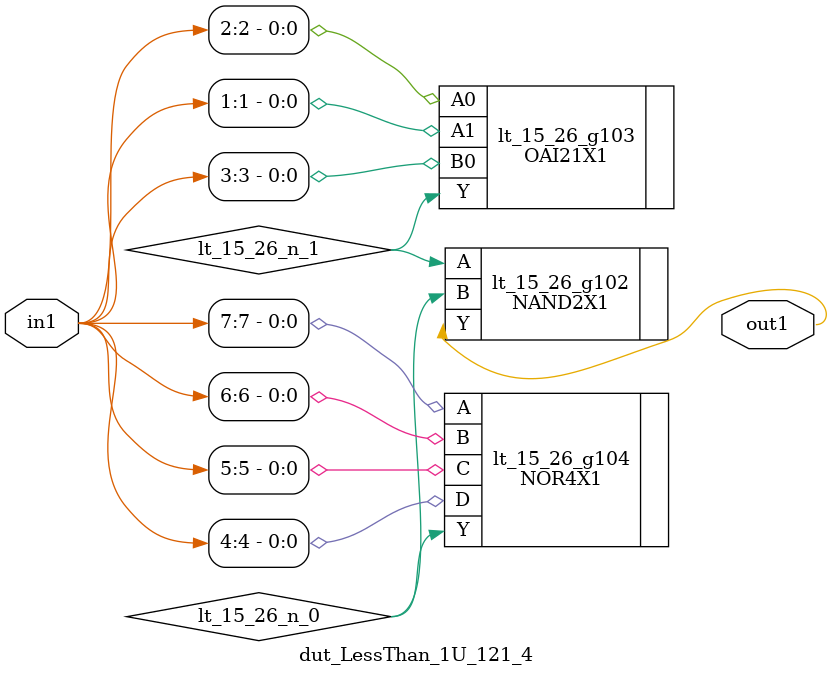
<source format=v>
`timescale 1ps / 1ps


module dut_LessThan_1U_121_4(in1, out1);
  input [7:0] in1;
  output out1;
  wire [7:0] in1;
  wire out1;
  wire lt_15_26_n_0, lt_15_26_n_1;
  NAND2X1 lt_15_26_g102(.A (lt_15_26_n_1), .B (lt_15_26_n_0), .Y
       (out1));
  OAI21X1 lt_15_26_g103(.A0 (in1[2]), .A1 (in1[1]), .B0 (in1[3]), .Y
       (lt_15_26_n_1));
  NOR4X1 lt_15_26_g104(.A (in1[7]), .B (in1[6]), .C (in1[5]), .D
       (in1[4]), .Y (lt_15_26_n_0));
endmodule



</source>
